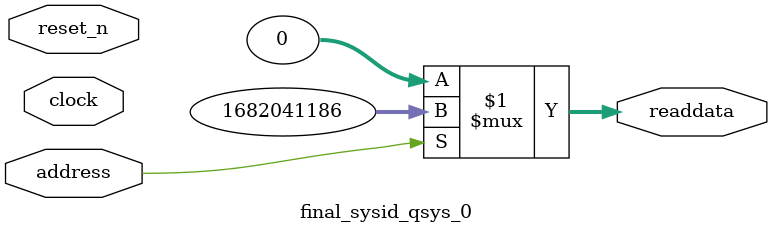
<source format=v>



// synthesis translate_off
`timescale 1ns / 1ps
// synthesis translate_on

// turn off superfluous verilog processor warnings 
// altera message_level Level1 
// altera message_off 10034 10035 10036 10037 10230 10240 10030 

module final_sysid_qsys_0 (
               // inputs:
                address,
                clock,
                reset_n,

               // outputs:
                readdata
             )
;

  output  [ 31: 0] readdata;
  input            address;
  input            clock;
  input            reset_n;

  wire    [ 31: 0] readdata;
  //control_slave, which is an e_avalon_slave
  assign readdata = address ? 1682041186 : 0;

endmodule



</source>
